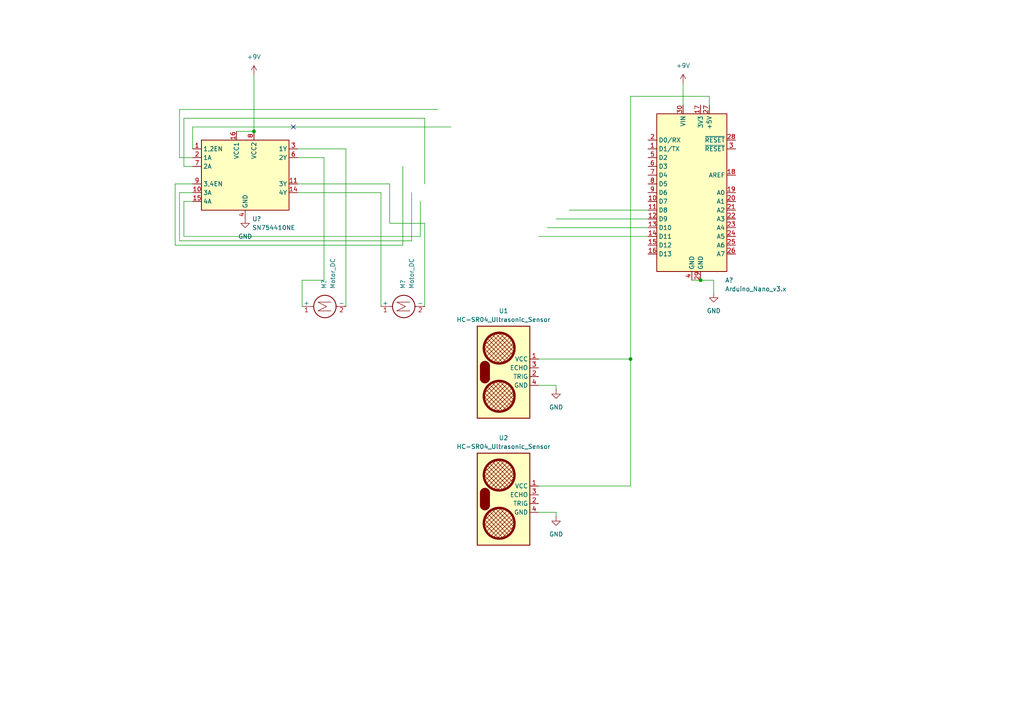
<source format=kicad_sch>
(kicad_sch (version 20250114) (generator "eeschema") (generator_version "9.0")
  (paper "A4")
  (lib_symbols
    (symbol "Driver_Motor:SN754410NE"
      (property "Reference" "U" (at -10.16 17.78 0))
      (property "Value" "SN754410NE" (at -7.62 15.24 0))
      (symbol "SN754410NE_0_1"
        (rectangle (start -12.7 10.16) (end 12.7 -10.16) (stroke (width 0.254)) (fill (type background)))
      )
      (symbol "SN754410NE_1_1"
        (pin input line (at -15.24 7.62 0) (length 2.54) (name "1,2EN") (number "1"))
        (pin input line (at -15.24 5.08 0) (length 2.54) (name "1A") (number "2"))
        (pin input line (at -15.24 2.54 0) (length 2.54) (name "2A") (number "7"))
        (pin input line (at -15.24 -2.54 0) (length 2.54) (name "3,4EN") (number "9"))
        (pin input line (at -15.24 -5.08 0) (length 2.54) (name "3A") (number "10"))
        (pin input line (at -15.24 -7.62 0) (length 2.54) (name "4A") (number "15"))
        (pin power_in line (at -2.54 12.7 270) (length 2.54) (name "VCC1") (number "16"))
        (pin passive line (at 0 -12.7 90) (length 2.54) (hide yes) (name "GND") (number "12"))
        (pin passive line (at 0 -12.7 90) (length 2.54) (hide yes) (name "GND") (number "13"))
        (pin power_in line (at 0 -12.7 90) (length 2.54) (name "GND") (number "4"))
        (pin passive line (at 0 -12.7 90) (length 2.54) (hide yes) (name "GND") (number "5"))
        (pin power_in line (at 2.54 12.7 270) (length 2.54) (name "VCC2") (number "8"))
        (pin output line (at 15.24 7.62 180) (length 2.54) (name "1Y") (number "3"))
        (pin output line (at 15.24 5.08 180) (length 2.54) (name "2Y") (number "6"))
        (pin output line (at 15.24 -2.54 180) (length 2.54) (name "3Y") (number "11"))
        (pin output line (at 15.24 -5.08 180) (length 2.54) (name "4Y") (number "14"))
      )
    )
    (symbol "GND_1" (power) (pin_numbers (hide yes)) (pin_names (offset 0) (hide yes))
      (property "Value" "GND" (at 0 -3.81 0))
      (symbol "GND_1_0_1"
        (polyline (pts (xy 0 0) (xy 0 -1.27) (xy 1.27 -1.27) (xy 0 -2.54) (xy -1.27 -1.27) (xy 0 -1.27)))
      )
      (symbol "GND_1_1_1"
        (pin power_in line (at 0 0 270) (length 0) (name "~") (number "1"))
      )
    )
    (symbol "GND_2" (power) (pin_numbers (hide yes)) (pin_names (offset 0) (hide yes))
      (property "Value" "GND" (at 0 -3.81 0))
      (symbol "GND_2_0_1"
        (polyline (pts (xy 0 0) (xy 0 -1.27) (xy 1.27 -1.27) (xy 0 -2.54) (xy -1.27 -1.27) (xy 0 -1.27)))
      )
      (symbol "GND_2_1_1"
        (pin power_in line (at 0 0 270) (length 0) (name "~") (number "1"))
      )
    )
    (symbol "MCU_Module:Arduino_Nano_v3.x"
      (property "Reference" "A" (at -10.16 23.495 0))
      (property "Value" "Arduino_Nano_v3.x" (at 5.08 -24.13 0))
      (symbol "Arduino_Nano_v3.x_0_1"
        (rectangle (start -10.16 22.86) (end 10.16 -22.86) (stroke (width 0.254)) (fill (type background)))
      )
      (symbol "Arduino_Nano_v3.x_1_1"
        (pin bidirectional line (at -12.7 15.24 0) (length 2.54) (name "D0/RX") (number "2"))
        (pin bidirectional line (at -12.7 12.7 0) (length 2.54) (name "D1/TX") (number "1"))
        (pin bidirectional line (at -12.7 10.16 0) (length 2.54) (name "D2") (number "5"))
        (pin bidirectional line (at -12.7 7.62 0) (length 2.54) (name "D3") (number "6"))
        (pin bidirectional line (at -12.7 5.08 0) (length 2.54) (name "D4") (number "7"))
        (pin bidirectional line (at -12.7 2.54 0) (length 2.54) (name "D5") (number "8"))
        (pin bidirectional line (at -12.7 0 0) (length 2.54) (name "D6") (number "9"))
        (pin bidirectional line (at -12.7 -2.54 0) (length 2.54) (name "D7") (number "10"))
        (pin bidirectional line (at -12.7 -5.08 0) (length 2.54) (name "D8") (number "11"))
        (pin bidirectional line (at -12.7 -7.62 0) (length 2.54) (name "D9") (number "12"))
        (pin bidirectional line (at -12.7 -10.16 0) (length 2.54) (name "D10") (number "13"))
        (pin bidirectional line (at -12.7 -12.7 0) (length 2.54) (name "D11") (number "14"))
        (pin bidirectional line (at -12.7 -15.24 0) (length 2.54) (name "D12") (number "15"))
        (pin bidirectional line (at -12.7 -17.78 0) (length 2.54) (name "D13") (number "16"))
        (pin power_in line (at -2.54 25.4 270) (length 2.54) (name "VIN") (number "30"))
        (pin power_in line (at 0 -25.4 90) (length 2.54) (name "GND") (number "4"))
        (pin power_out line (at 2.54 25.4 270) (length 2.54) (name "3V3") (number "17"))
        (pin power_in line (at 2.54 -25.4 90) (length 2.54) (name "GND") (number "29"))
        (pin power_out line (at 5.08 25.4 270) (length 2.54) (name "+5V") (number "27"))
        (pin input line (at 12.7 15.24 180) (length 2.54) (name "~{RESET}") (number "28"))
        (pin input line (at 12.7 12.7 180) (length 2.54) (name "~{RESET}") (number "3"))
        (pin input line (at 12.7 5.08 180) (length 2.54) (name "AREF") (number "18"))
        (pin bidirectional line (at 12.7 0 180) (length 2.54) (name "A0") (number "19"))
        (pin bidirectional line (at 12.7 -2.54 180) (length 2.54) (name "A1") (number "20"))
        (pin bidirectional line (at 12.7 -5.08 180) (length 2.54) (name "A2") (number "21"))
        (pin bidirectional line (at 12.7 -7.62 180) (length 2.54) (name "A3") (number "22"))
        (pin bidirectional line (at 12.7 -10.16 180) (length 2.54) (name "A4") (number "23"))
        (pin bidirectional line (at 12.7 -12.7 180) (length 2.54) (name "A5") (number "24"))
        (pin bidirectional line (at 12.7 -15.24 180) (length 2.54) (name "A6") (number "25"))
        (pin bidirectional line (at 12.7 -17.78 180) (length 2.54) (name "A7") (number "26"))
      )
    )
    (symbol "Motor:Motor_DC" (pin_names (offset 0))
      (property "Reference" "M" (at 2.54 2.54 0))
      (property "Value" "Motor_DC" (at 2.54 -5.08 0))
      (symbol "Motor_DC_0_0"
        (polyline (pts (xy -1.27 -3.302) (xy -1.27 0.508) (xy 0 -2.032) (xy 1.27 0.508) (xy 1.27 -3.302)))
      )
      (symbol "Motor_DC_0_1"
        (polyline (pts (xy 0 2.032) (xy 0 2.54)))
        (polyline (pts (xy 0 1.7272) (xy 0 2.0828)))
        (circle (center 0 -1.524) (radius 3.2512) (stroke (width 0.254)))
        (polyline (pts (xy 0 -4.7752) (xy 0 -5.1816)))
        (polyline (pts (xy 0 -7.62) (xy 0 -7.112)))
      )
      (symbol "Motor_DC_1_1"
        (pin passive line (at 0 5.08 270) (length 2.54) (name "+") (number "1"))
        (pin passive line (at 0 -7.62 90) (length 2.54) (name "-") (number "2"))
      )
    )
    (symbol "PCM_SL_Breakout_Boards:HC-SR04_Ultrasonic_Sensor"
      (property "Reference" "U" (at -7.112 17.526 0))
      (property "Value" "HC-SR04_Ultrasonic_Sensor" (at -5.842 15.24 0))
      (symbol "HC-SR04_Ultrasonic_Sensor_0_1"
        (rectangle (start -15.24 13.335) (end 0 -13.335) (stroke (width 0.3)) (fill (type background)))
        (polyline (pts (xy -13.97 1.905) (xy -13.97 -1.905) (xy -12.065 -1.905) (xy -12.065 1.905) (xy -13.97 1.905)) (stroke (width 1)))
        (polyline (pts (xy -13.335 8.255) (xy -7.62 2.54)))
        (polyline (pts (xy -13.335 6.985) (xy -8.89 2.54)))
        (polyline (pts (xy -13.335 -5.715) (xy -7.62 -11.43)))
        (polyline (pts (xy -13.335 -6.985) (xy -8.89 -11.43)))
        (polyline (pts (xy -13.208 -1.778) (xy -13.208 1.524)) (stroke (width 2)))
        (arc (start -13.97 1.905) (mid -13.0175 2.7909) (end -12.065 1.905) (stroke (width 1)))
        (arc (start -12.065 -1.905) (mid -13.0175 -2.7425) (end -13.97 -1.905) (stroke (width 1)))
        (polyline (pts (xy -12.7 8.89) (xy -6.985 3.175)))
        (polyline (pts (xy -12.7 -5.08) (xy -6.985 -10.795)))
        (polyline (pts (xy -12.446 9.906) (xy -6.096 3.556)))
        (polyline (pts (xy -12.446 -4.064) (xy -6.096 -10.414)))
        (polyline (pts (xy -12.065 3.81) (xy -5.715 10.16)))
        (polyline (pts (xy -12.065 -10.16) (xy -5.715 -3.81)))
        (polyline (pts (xy -11.684 10.414) (xy -5.334 4.064)))
        (polyline (pts (xy -11.684 -3.556) (xy -5.334 -9.906)))
        (polyline (pts (xy -10.795 10.795) (xy -5.08 5.08)))
        (polyline (pts (xy -10.795 -3.175) (xy -5.08 -8.89)))
        (polyline (pts (xy -10.16 11.43) (xy -4.445 5.715)))
        (polyline (pts (xy -10.16 -2.54) (xy -4.445 -8.255)))
        (polyline (pts (xy -9.525 11.43) (xy -13.335 7.62)))
        (polyline (pts (xy -9.525 -2.54) (xy -13.335 -6.35)))
        (polyline (pts (xy -8.89 11.43) (xy -4.445 6.985)))
        (circle (center -8.89 6.985) (radius 4.445) (stroke (width 0.7)) (fill (type background)))
        (polyline (pts (xy -8.89 -2.54) (xy -4.445 -6.985)))
        (circle (center -8.89 -6.985) (radius 4.445) (stroke (width 0.7)))
        (polyline (pts (xy -8.255 11.43) (xy -13.335 6.35)))
        (polyline (pts (xy -8.255 -2.54) (xy -13.335 -7.62)))
        (polyline (pts (xy -7.62 10.795) (xy -12.7 5.715)))
        (polyline (pts (xy -7.62 -3.175) (xy -12.7 -8.255)))
        (polyline (pts (xy -6.35 10.795) (xy -12.7 4.445)))
        (polyline (pts (xy -6.35 -3.175) (xy -12.7 -9.525)))
        (polyline (pts (xy -5.08 9.525) (xy -11.43 3.175)))
        (polyline (pts (xy -5.08 -4.445) (xy -11.43 -10.795)))
        (polyline (pts (xy -4.572 8.636) (xy -10.668 2.794)))
        (polyline (pts (xy -4.572 -5.334) (xy -10.668 -11.176)))
        (polyline (pts (xy -4.445 7.62) (xy -9.525 2.54)))
        (polyline (pts (xy -4.445 6.35) (xy -8.255 2.54)))
        (polyline (pts (xy -4.445 -6.35) (xy -9.525 -11.43)))
        (polyline (pts (xy -4.445 -7.62) (xy -8.255 -11.43)))
      )
      (symbol "HC-SR04_Ultrasonic_Sensor_1_1"
        (pin power_in line (at 2.54 3.81 180) (length 2.54) (name "VCC") (number "1"))
        (pin output line (at 2.54 1.27 180) (length 2.54) (name "ECHO") (number "3"))
        (pin input line (at 2.54 -1.27 180) (length 2.54) (name "TRIG") (number "2"))
        (pin power_in line (at 2.54 -3.81 180) (length 2.54) (name "GND") (number "4"))
      )
    )
    (symbol "power:+9V" (power) (pin_names (offset 0))
      (property "Value" "+9V" (at 0 3.556 0))
      (symbol "+9V_0_1"
        (polyline (pts (xy -0.762 1.27) (xy 0 2.54)))
        (polyline (pts (xy 0 2.54) (xy 0.762 1.27)))
        (polyline (pts (xy 0 0) (xy 0 2.54)))
      )
      (symbol "+9V_1_1"
        (pin power_in line (at 0 0 90) (length 0) (hide yes) (name "+9V") (number "1"))
      )
    )
    (symbol "power:GND" (power) (pin_names (offset 0))
      (property "Value" "GND" (at 0 -3.81 0))
      (symbol "GND_0_1"
        (polyline (pts (xy 0 0) (xy 0 -1.27) (xy 1.27 -1.27) (xy 0 -2.54) (xy -1.27 -1.27) (xy 0 -1.27)))
      )
      (symbol "GND_1_1"
        (pin power_in line (at 0 0 270) (length 0) (hide yes) (name "GND") (number "1"))
      )
    )
  )
  (junction (at 182.88 104.14))
  (junction (at 73.66 38.1))
  (junction (at 203.2 81.28))
  (no_connect (at 85.09 36.83))
  (wire (pts (xy 53.34 34.29) (xy 123.19 34.29)))
  (wire (pts (xy 110.49 55.88) (xy 110.49 88.9)))
  (wire (pts (xy 86.36 55.88) (xy 110.49 55.88)))
  (wire (pts (xy 86.36 53.34) (xy 113.03 53.34)))
  (wire (pts (xy 116.84 71.12) (xy 116.84 48.26)))
  (wire (pts (xy 87.63 81.28) (xy 87.63 88.9)))
  (wire (pts (xy 200.66 81.28) (xy 203.2 81.28)))
  (wire (pts (xy 182.88 104.14) (xy 156.21 104.14)))
  (wire (pts (xy 50.8 71.12) (xy 116.84 71.12)))
  (wire (pts (xy 55.88 43.18) (xy 55.88 36.83)))
  (wire (pts (xy 198.12 24.13) (xy 198.12 30.48)))
  (wire (pts (xy 161.29 113.03) (xy 161.29 111.76)))
  (wire (pts (xy 55.88 58.42) (xy 53.34 58.42)))
  (wire (pts (xy 52.07 69.85) (xy 52.07 55.88)))
  (wire (pts (xy 55.88 45.72) (xy 52.07 45.72)))
  (wire (pts (xy 156.21 148.59) (xy 161.29 148.59)))
  (wire (pts (xy 55.88 53.34) (xy 50.8 53.34)))
  (wire (pts (xy 187.96 63.5) (xy 161.29 63.5)))
  (wire (pts (xy 100.33 43.18) (xy 100.33 88.9)))
  (wire (pts (xy 123.19 34.29) (xy 123.19 53.34)))
  (wire (pts (xy 182.88 27.94) (xy 182.88 104.14)))
  (wire (pts (xy 93.98 45.72) (xy 93.98 81.28)))
  (wire (pts (xy 52.07 55.88) (xy 55.88 55.88)))
  (wire (pts (xy 68.58 38.1) (xy 73.66 38.1)))
  (wire (pts (xy 205.74 27.94) (xy 182.88 27.94)))
  (wire (pts (xy 165.1 60.96) (xy 187.96 60.96)))
  (wire (pts (xy 205.74 30.48) (xy 205.74 27.94)))
  (wire (pts (xy 55.88 48.26) (xy 53.34 48.26)))
  (wire (pts (xy 187.96 68.58) (xy 156.21 68.58)))
  (wire (pts (xy 52.07 31.75) (xy 127 31.75)))
  (wire (pts (xy 73.66 21.59) (xy 73.66 38.1)))
  (wire (pts (xy 119.38 69.85) (xy 52.07 69.85)))
  (wire (pts (xy 161.29 111.76) (xy 156.21 111.76)))
  (wire (pts (xy 123.19 64.77) (xy 123.19 88.9)))
  (wire (pts (xy 113.03 53.34) (xy 113.03 64.77)))
  (wire (pts (xy 161.29 149.86) (xy 161.29 148.59)))
  (wire (pts (xy 113.03 64.77) (xy 123.19 64.77)))
  (wire (pts (xy 53.34 58.42) (xy 53.34 68.58)))
  (wire (pts (xy 86.36 43.18) (xy 100.33 43.18)))
  (wire (pts (xy 158.75 66.04) (xy 187.96 66.04)))
  (wire (pts (xy 55.88 36.83) (xy 130.81 36.83)))
  (wire (pts (xy 121.92 68.58) (xy 121.92 58.42)))
  (wire (pts (xy 93.98 81.28) (xy 87.63 81.28)))
  (wire (pts (xy 50.8 53.34) (xy 50.8 71.12)))
  (wire (pts (xy 156.21 140.97) (xy 182.88 140.97)))
  (wire (pts (xy 207.01 81.28) (xy 203.2 81.28)))
  (wire (pts (xy 182.88 140.97) (xy 182.88 104.14)))
  (wire (pts (xy 53.34 68.58) (xy 121.92 68.58)))
  (wire (pts (xy 52.07 45.72) (xy 52.07 31.75)))
  (wire (pts (xy 207.01 81.28) (xy 207.01 85.09)))
  (wire (pts (xy 86.36 45.72) (xy 93.98 45.72)))
  (wire (pts (xy 53.34 48.26) (xy 53.34 34.29)))
  (wire (pts (xy 119.38 55.88) (xy 119.38 69.85)))
  (symbol (lib_name "GND_1") (lib_id "power:GND") (at 161.29 113.03 0) (unit 1)
    (property "Reference" "#PWR01" (effects (hide yes)))
    (property "Value" "GND" (at 161.29 118.11 0))
    (property "Description" "Power symbol creates a global label with name \"GND\" , ground" (effects (hide yes)))
  )
  (symbol (lib_id "Driver_Motor:SN754410NE") (at 71.12 50.8 0) (unit 1)
    (property "Reference" "U?" (at 73.1394 63.5 0) (effects (justify left)))
    (property "Value" "SN754410NE" (at 73.1394 66.04 0) (effects (justify left)))
    (property "Footprint" "Package_DIP:DIP-16_W7.62mm" (effects (hide yes)))
    (property "Datasheet" "https://www.ti.com/lit/ds/symlink/sn754410.pdf" (effects (hide yes)))
  )
  (symbol (lib_id "power:GND") (at 71.12 63.5 0) (unit 1)
    (property "Reference" "#PWR?" (effects (hide yes)))
    (property "Value" "GND" (at 71.12 68.58 0))
  )
  (symbol (lib_id "MCU_Module:Arduino_Nano_v3.x") (at 200.66 55.88 0) (unit 1)
    (property "Reference" "A?" (at 210.2994 81.28 0) (effects (justify left)))
    (property "Value" "Arduino_Nano_v3.x" (at 210.2994 83.82 0) (effects (justify left)))
    (property "Footprint" "Module:Arduino_Nano" (effects (hide yes)))
    (property "Datasheet" "http://www.mouser.com/pdfdocs/Gravitech_Arduino_Nano3_0.pdf" (effects (hide yes)))
  )
  (symbol (lib_id "power:+9V") (at 73.66 21.59 0) (unit 1)
    (property "Reference" "#PWR?" (effects (hide yes)))
    (property "Value" "+9V" (at 73.66 16.51 0))
  )
  (symbol (lib_name "GND_2") (lib_id "power:GND") (at 161.29 149.86 0) (unit 1)
    (property "Reference" "#PWR02" (effects (hide yes)))
    (property "Value" "GND" (at 161.29 154.94 0))
    (property "Description" "Power symbol creates a global label with name \"GND\" , ground" (effects (hide yes)))
  )
  (symbol (lib_id "Motor:Motor_DC") (at 92.71 88.9 90) (unit 1)
    (property "Reference" "M?" (at 93.9799 83.82 0) (effects (justify left)))
    (property "Value" "Motor_DC" (at 96.5199 83.82 0) (effects (justify left)))
  )
  (symbol (lib_id "PCM_SL_Breakout_Boards:HC-SR04_Ultrasonic_Sensor") (at 153.67 144.78 0) (unit 1)
    (property "Reference" "U2" (at 146.05 127 0))
    (property "Value" "HC-SR04_Ultrasonic_Sensor" (at 146.05 129.54 0))
    (property "Footprint" "PCM_SL_Breakout_Boards:HC-SR04_Ultrasonic_Sensor" (effects (hide yes)))
  )
  (symbol (lib_id "power:GND") (at 207.01 85.09 0) (unit 1)
    (property "Reference" "#PWR?" (effects (hide yes)))
    (property "Value" "GND" (at 207.01 90.17 0))
  )
  (symbol (lib_id "Motor:Motor_DC") (at 115.57 88.9 90) (unit 1)
    (property "Reference" "M?" (at 116.8399 83.82 0) (effects (justify left)))
    (property "Value" "Motor_DC" (at 119.3799 83.82 0) (effects (justify left)))
  )
  (symbol (lib_id "power:+9V") (at 198.12 24.13 0) (unit 1)
    (property "Reference" "#PWR?" (effects (hide yes)))
    (property "Value" "+9V" (at 198.12 19.05 0))
  )
  (symbol (lib_id "PCM_SL_Breakout_Boards:HC-SR04_Ultrasonic_Sensor") (at 153.67 107.95 0) (unit 1)
    (property "Reference" "U1" (at 146.05 90.17 0))
    (property "Value" "HC-SR04_Ultrasonic_Sensor" (at 146.05 92.71 0))
    (property "Footprint" "PCM_SL_Breakout_Boards:HC-SR04_Ultrasonic_Sensor" (effects (hide yes)))
  )
)
</source>
